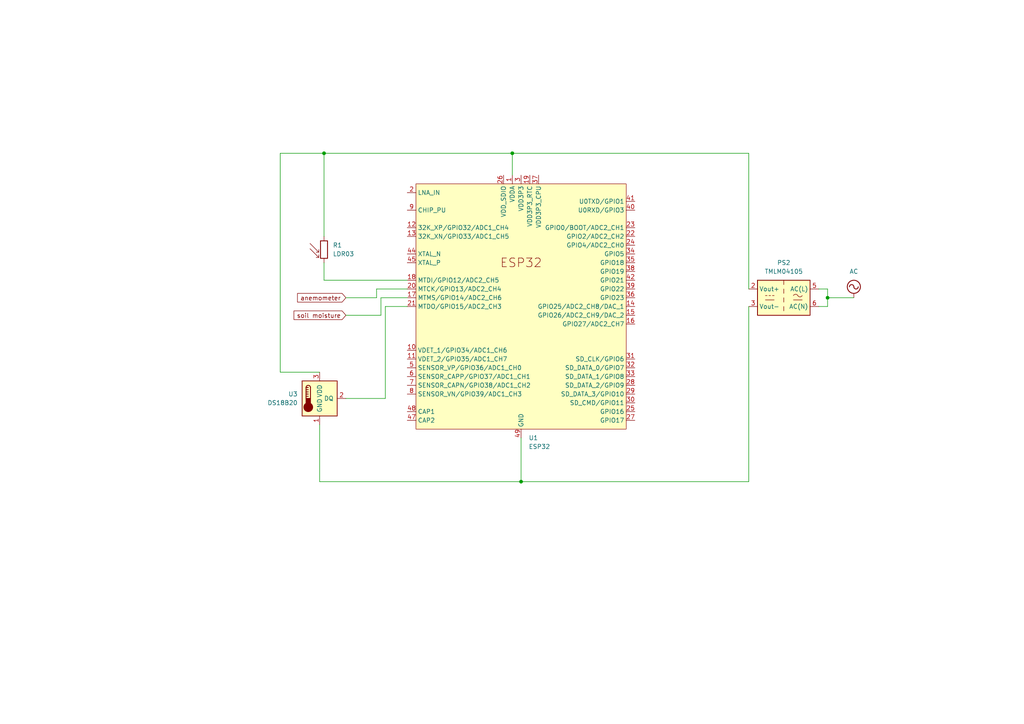
<source format=kicad_sch>
(kicad_sch (version 20231120) (generator "eeschema") (generator_version "8.0")
  (paper "A4")
  (title_block (title "Agustio Sahela") (date "2024-04-24"))
  (lib_symbols
    (symbol "Converter_ACDC:TMLM04105"
      (property "Reference" "PS" (at 0 6.35 0))
      (property "Value" "TMLM04105" (at 0 -6.35 0))
      (symbol "TMLM04105_0_1"
        (rectangle (start -7.62 5.08) (end 7.62 -5.08) (stroke (width 0.254)) (fill (type background)))
        (arc (start -5.334 0.635) (mid -4.699 0.2495) (end -4.064 0.635))
        (arc (start -2.794 0.635) (mid -3.429 1.0072) (end -4.064 0.635))
        (polyline (pts (xy -5.334 -0.635) (xy -2.794 -0.635)))
        (polyline (pts (xy 0 -2.54) (xy 0 -3.81)))
        (polyline (pts (xy 0 0) (xy 0 -1.27)))
        (polyline (pts (xy 0 2.54) (xy 0 1.27)))
        (polyline (pts (xy 0 5.08) (xy 0 3.81)))
        (polyline (pts (xy 2.794 -0.635) (xy 5.334 -0.635)))
        (polyline (pts (xy 2.794 0.635) (xy 3.302 0.635)))
        (polyline (pts (xy 3.81 0.635) (xy 4.318 0.635)))
        (polyline (pts (xy 4.826 0.635) (xy 5.334 0.635)))
      )
      (symbol "TMLM04105_1_1"
        (pin power_out line (at 10.16 2.54 180) (length 2.54) (name "Vout+") (number "2"))
        (pin power_out line (at 10.16 -2.54 180) (length 2.54) (name "Vout-") (number "3"))
        (pin power_in line (at -10.16 2.54 0) (length 2.54) (name "AC(L)") (number "5"))
        (pin power_in line (at -10.16 -2.54 0) (length 2.54) (name "AC(N)") (number "6"))
      )
    )
    (symbol "PCM_Espressif:ESP32"
      (property "Reference" "U" (at -30.48 40.64 0))
      (property "Value" "ESP32" (at -30.48 38.1 0))
      (symbol "ESP32_0_0"
        (text "ESP32" (at 0 12.7 0) (effects (font (size 2.54 2.54))))
      )
      (symbol "ESP32_0_1"
        (rectangle (start -30.48 35.56) (end 30.48 -35.56) (fill (type background)))
      )
      (symbol "ESP32_1_1"
        (pin power_in line (at -2.54 38.1 270) (length 2.54) (name "VDDA") (number "1"))
        (pin input line (at -33.02 -12.7 0) (length 2.54) (name "VDET_1/GPIO34/ADC1_CH6") (number "10"))
        (pin input line (at -33.02 -15.24 0) (length 2.54) (name "VDET_2/GPIO35/ADC1_CH7") (number "11"))
        (pin bidirectional line (at -33.02 22.86 0) (length 2.54) (name "32K_XP/GPIO32/ADC1_CH4") (number "12"))
        (pin bidirectional line (at -33.02 20.32 0) (length 2.54) (name "32K_XN/GPIO33/ADC1_CH5") (number "13"))
        (pin bidirectional line (at 33.02 0 180) (length 2.54) (name "GPIO25/ADC2_CH8/DAC_1") (number "14"))
        (pin bidirectional line (at 33.02 -2.54 180) (length 2.54) (name "GPIO26/ADC2_CH9/DAC_2") (number "15"))
        (pin bidirectional line (at 33.02 -5.08 180) (length 2.54) (name "GPIO27/ADC2_CH7") (number "16"))
        (pin bidirectional line (at -33.02 2.54 0) (length 2.54) (name "MTMS/GPIO14/ADC2_CH6") (number "17"))
        (pin bidirectional line (at -33.02 7.62 0) (length 2.54) (name "MTDI/GPIO12/ADC2_CH5") (number "18"))
        (pin power_in line (at 2.54 38.1 270) (length 2.54) (name "VDD3P3_RTC") (number "19"))
        (pin bidirectional line (at -33.02 33.02 0) (length 2.54) (name "LNA_IN") (number "2"))
        (pin bidirectional line (at -33.02 5.08 0) (length 2.54) (name "MTCK/GPIO13/ADC2_CH4") (number "20"))
        (pin bidirectional line (at -33.02 0 0) (length 2.54) (name "MTDO/GPIO15/ADC2_CH3") (number "21"))
        (pin bidirectional line (at 33.02 20.32 180) (length 2.54) (name "GPIO2/ADC2_CH2") (number "22"))
        (pin bidirectional line (at 33.02 22.86 180) (length 2.54) (name "GPIO0/BOOT/ADC2_CH1") (number "23"))
        (pin bidirectional line (at 33.02 17.78 180) (length 2.54) (name "GPIO4/ADC2_CH0") (number "24"))
        (pin bidirectional line (at 33.02 -30.48 180) (length 2.54) (name "GPIO16") (number "25"))
        (pin power_out line (at -5.08 38.1 270) (length 2.54) (name "VDD_SDIO") (number "26"))
        (pin bidirectional line (at 33.02 -33.02 180) (length 2.54) (name "GPIO17") (number "27"))
        (pin bidirectional line (at 33.02 -22.86 180) (length 2.54) (name "SD_DATA_2/GPIO9") (number "28"))
        (pin bidirectional line (at 33.02 -25.4 180) (length 2.54) (name "SD_DATA_3/GPIO10") (number "29"))
        (pin power_in line (at 0 38.1 270) (length 2.54) (name "VDD3P3") (number "3"))
        (pin bidirectional line (at 33.02 -27.94 180) (length 2.54) (name "SD_CMD/GPIO11") (number "30"))
        (pin bidirectional line (at 33.02 -15.24 180) (length 2.54) (name "SD_CLK/GPIO6") (number "31"))
        (pin bidirectional line (at 33.02 -17.78 180) (length 2.54) (name "SD_DATA_0/GPIO7") (number "32"))
        (pin bidirectional line (at 33.02 -20.32 180) (length 2.54) (name "SD_DATA_1/GPIO8") (number "33"))
        (pin bidirectional line (at 33.02 15.24 180) (length 2.54) (name "GPIO5") (number "34"))
        (pin bidirectional line (at 33.02 12.7 180) (length 2.54) (name "GPIO18") (number "35"))
        (pin bidirectional line (at 33.02 2.54 180) (length 2.54) (name "GPIO23") (number "36"))
        (pin power_in line (at 5.08 38.1 270) (length 2.54) (name "VDD3P3_CPU") (number "37"))
        (pin bidirectional line (at 33.02 10.16 180) (length 2.54) (name "GPIO19") (number "38"))
        (pin bidirectional line (at 33.02 5.08 180) (length 2.54) (name "GPIO22") (number "39"))
        (pin passive line (at 0 38.1 270) (length 2.54) hide (name "VDD3P3") (number "4"))
        (pin bidirectional line (at 33.02 27.94 180) (length 2.54) (name "U0RXD/GPIO3") (number "40"))
        (pin bidirectional line (at 33.02 30.48 180) (length 2.54) (name "U0TXD/GPIO1") (number "41"))
        (pin bidirectional line (at 33.02 7.62 180) (length 2.54) (name "GPIO21") (number "42"))
        (pin passive line (at -2.54 38.1 270) (length 2.54) hide (name "VDDA") (number "43"))
        (pin output line (at -33.02 15.24 0) (length 2.54) (name "XTAL_N") (number "44"))
        (pin input line (at -33.02 12.7 0) (length 2.54) (name "XTAL_P") (number "45"))
        (pin passive line (at -2.54 38.1 270) (length 2.54) hide (name "VDDA") (number "46"))
        (pin input line (at -33.02 -33.02 0) (length 2.54) (name "CAP2") (number "47"))
        (pin input line (at -33.02 -30.48 0) (length 2.54) (name "CAP1") (number "48"))
        (pin power_in line (at 0 -38.1 90) (length 2.54) (name "GND") (number "49"))
        (pin input line (at -33.02 -17.78 0) (length 2.54) (name "SENSOR_VP/GPIO36/ADC1_CH0") (number "5"))
        (pin input line (at -33.02 -20.32 0) (length 2.54) (name "SENSOR_CAPP/GPIO37/ADC1_CH1") (number "6"))
        (pin input line (at -33.02 -22.86 0) (length 2.54) (name "SENSOR_CAPN/GPIO38/ADC1_CH2") (number "7"))
        (pin input line (at -33.02 -25.4 0) (length 2.54) (name "SENSOR_VN/GPIO39/ADC1_CH3") (number "8"))
        (pin input line (at -33.02 27.94 0) (length 2.54) (name "CHIP_PU") (number "9"))
      )
    )
    (symbol "Sensor_Optical:LDR03" (pin_numbers hide) (pin_names (offset 0))
      (property "Reference" "R" (at -5.08 0 90))
      (property "Value" "LDR03" (at 1.905 0 90))
      (symbol "LDR03_0_1"
        (rectangle (start -1.016 2.54) (end 1.016 -2.54) (stroke (width 0.254)))
        (polyline (pts (xy -1.524 -2.286) (xy -4.064 0.254)))
        (polyline (pts (xy -1.524 -2.286) (xy -2.286 -2.286)))
        (polyline (pts (xy -1.524 -2.286) (xy -1.524 -1.524)))
        (polyline (pts (xy -1.524 -0.762) (xy -4.064 1.778)))
        (polyline (pts (xy -1.524 -0.762) (xy -2.286 -0.762)))
        (polyline (pts (xy -1.524 -0.762) (xy -1.524 0)))
      )
      (symbol "LDR03_1_1"
        (pin passive line (at 0 3.81 270) (length 1.27) (name "~") (number "1"))
        (pin passive line (at 0 -3.81 90) (length 1.27) (name "~") (number "2"))
      )
    )
    (symbol "Sensor_Temperature:DS18B20" (pin_names (offset 1.016))
      (property "Reference" "U" (at -3.81 6.35 0))
      (property "Value" "DS18B20" (at 6.35 6.35 0))
      (symbol "DS18B20_0_1"
        (rectangle (start -5.08 5.08) (end 5.08 -5.08) (stroke (width 0.254)) (fill (type background)))
        (circle (center -3.302 -2.54) (radius 1.27) (stroke (width 0.254)) (fill (type outline)))
        (rectangle (start -2.667 -1.905) (end -3.937 0) (stroke (width 0.254)) (fill (type outline)))
        (arc (start -2.667 3.175) (mid -3.302 3.8072) (end -3.937 3.175) (stroke (width 0.254)))
        (polyline (pts (xy -3.937 0.635) (xy -3.302 0.635)) (stroke (width 0.254)))
        (polyline (pts (xy -3.937 1.27) (xy -3.302 1.27)) (stroke (width 0.254)))
        (polyline (pts (xy -3.937 1.905) (xy -3.302 1.905)) (stroke (width 0.254)))
        (polyline (pts (xy -3.937 2.54) (xy -3.302 2.54)) (stroke (width 0.254)))
        (polyline (pts (xy -3.937 3.175) (xy -3.937 0)) (stroke (width 0.254)))
        (polyline (pts (xy -3.937 3.175) (xy -3.302 3.175)) (stroke (width 0.254)))
        (polyline (pts (xy -2.667 3.175) (xy -2.667 0)) (stroke (width 0.254)))
      )
      (symbol "DS18B20_1_1"
        (pin power_in line (at 0 -7.62 90) (length 2.54) (name "GND") (number "1"))
        (pin bidirectional line (at 7.62 0 180) (length 2.54) (name "DQ") (number "2"))
        (pin power_in line (at 0 7.62 270) (length 2.54) (name "VDD") (number "3"))
      )
    )
    (symbol "power:AC" (power) (pin_names (offset 0))
      (property "Value" "AC" (at 0 6.35 0))
      (symbol "AC_0_1"
        (polyline (pts (xy 0 0) (xy 0 1.27)))
        (arc (start 0 3.175) (mid -0.635 3.8072) (end -1.27 3.175) (stroke (width 0.254)))
        (arc (start 0 3.175) (mid 0.635 2.5427) (end 1.27 3.175) (stroke (width 0.254)))
        (circle (center 0 3.175) (radius 1.905) (stroke (width 0.254)))
      )
      (symbol "AC_1_1"
        (pin power_in line (at 0 0 90) (length 0) hide (name "AC") (number "1"))
      )
    )
  )
  (junction (at 151.13 139.7))
  (junction (at 93.98 44.45))
  (junction (at 148.59 44.45))
  (junction (at 240.03 86.36))
  (wire (pts (xy 240.03 86.36) (xy 247.65 86.36)))
  (wire (pts (xy 240.03 83.82) (xy 240.03 86.36)))
  (wire (pts (xy 81.28 44.45) (xy 93.98 44.45)))
  (wire (pts (xy 237.49 83.82) (xy 240.03 83.82)))
  (wire (pts (xy 100.33 86.36) (xy 109.22 86.36)))
  (wire (pts (xy 109.22 83.82) (xy 118.11 83.82)))
  (wire (pts (xy 111.76 88.9) (xy 118.11 88.9)))
  (wire (pts (xy 109.22 86.36) (xy 109.22 83.82)))
  (wire (pts (xy 81.28 107.95) (xy 81.28 44.45)))
  (wire (pts (xy 217.17 88.9) (xy 217.17 139.7)))
  (wire (pts (xy 217.17 139.7) (xy 151.13 139.7)))
  (wire (pts (xy 110.49 86.36) (xy 118.11 86.36)))
  (wire (pts (xy 110.49 91.44) (xy 110.49 86.36)))
  (wire (pts (xy 93.98 44.45) (xy 93.98 68.58)))
  (wire (pts (xy 240.03 86.36) (xy 240.03 88.9)))
  (wire (pts (xy 217.17 83.82) (xy 217.17 44.45)))
  (wire (pts (xy 151.13 127) (xy 151.13 139.7)))
  (wire (pts (xy 100.33 115.57) (xy 111.76 115.57)))
  (wire (pts (xy 217.17 44.45) (xy 148.59 44.45)))
  (wire (pts (xy 93.98 44.45) (xy 148.59 44.45)))
  (wire (pts (xy 92.71 123.19) (xy 92.71 139.7)))
  (wire (pts (xy 92.71 139.7) (xy 151.13 139.7)))
  (wire (pts (xy 118.11 81.28) (xy 93.98 81.28)))
  (wire (pts (xy 100.33 91.44) (xy 110.49 91.44)))
  (wire (pts (xy 111.76 115.57) (xy 111.76 88.9)))
  (wire (pts (xy 148.59 44.45) (xy 148.59 50.8)))
  (wire (pts (xy 92.71 107.95) (xy 81.28 107.95)))
  (wire (pts (xy 240.03 88.9) (xy 237.49 88.9)))
  (wire (pts (xy 93.98 81.28) (xy 93.98 76.2)))
  (global_label "soil moisture" (shape input) (at 100.33 91.44 180) (property "Intersheetrefs" "${INTERSHEET_REFS}" (effects (hide yes))))
  (global_label "anemometer" (shape input) (at 100.33 86.36 180) (property "Intersheetrefs" "${INTERSHEET_REFS}" (effects (hide yes))))
  (symbol (lib_id "PCM_Espressif:ESP32") (at 151.13 88.9 0) (unit 1)
    (property "Reference" "U1" (at 153.3241 127 0) (effects (justify left)))
    (property "Value" "ESP32" (at 153.3241 129.54 0) (effects (justify left)))
    (property "Footprint" "Package_DFN_QFN:QFN-48-1EP_6x6mm_P0.4mm_EP4.3x4.3mm" (effects (hide yes)))
    (property "Datasheet" "https://www.espressif.com/sites/default/files/documentation/esp32_datasheet_en.pdf" (effects (hide yes)))
    (property "Description" "ESP32 is a single 2.4 GHz Wi-Fi-and-Bluetooth combo chip designed with the TSMC ultra-low-power 40 nmtechnology." (effects (hide yes)))
  )
  (symbol (lib_id "Sensor_Temperature:DS18B20") (at 92.71 115.57 0) (unit 1)
    (property "Reference" "U3" (at 86.36 114.2999 0) (effects (justify right)))
    (property "Value" "DS18B20" (at 86.36 116.8399 0) (effects (justify right)))
    (property "Footprint" "Package_TO_SOT_THT:TO-92_Inline" (effects (hide yes)))
    (property "Datasheet" "http://datasheets.maximintegrated.com/en/ds/DS18B20.pdf" (effects (hide yes)))
    (property "Description" "Programmable Resolution 1-Wire Digital Thermometer TO-92" (effects (hide yes)))
  )
  (symbol (lib_id "Converter_ACDC:TMLM04105") (at 227.33 86.36 0) (mirror y) (unit 1)
    (property "Reference" "PS2" (at 227.33 76.2 0))
    (property "Value" "TMLM04105" (at 227.33 78.74 0))
    (property "Footprint" "Converter_ACDC:Converter_ACDC_TRACO_TMLM-04_THT" (effects (hide yes)))
    (property "Datasheet" "https://www.tracopower.com/products/tmlm.pdf" (effects (hide yes)))
    (property "Description" "5V 800mA AC/DC low noise power module" (effects (hide yes)))
  )
  (symbol (lib_id "Sensor_Optical:LDR03") (at 93.98 72.39 0) (unit 1)
    (property "Reference" "R1" (at 96.52 71.1199 0) (effects (justify left)))
    (property "Value" "LDR03" (at 96.52 73.6599 0) (effects (justify left)))
    (property "Footprint" "OptoDevice:R_LDR_10x8.5mm_P7.6mm_Vertical" (effects (hide yes)))
    (property "Datasheet" "http://www.elektronica-componenten.nl/WebRoot/StoreNL/Shops/61422969/54F1/BA0C/C664/31B9/2173/C0A8/2AB9/2AEF/LDR03IMP.pdf" (effects (hide yes)))
    (property "Description" "light dependent resistor" (effects (hide yes)))
  )
  (symbol (lib_id "power:AC") (at 247.65 86.36 0) (unit 1)
    (property "Reference" "#PWR01" (effects (hide yes)))
    (property "Value" "AC" (at 247.65 78.74 0))
    (property "Description" "Power symbol creates a global label with name \"AC\"" (effects (hide yes)))
  )
)
</source>
